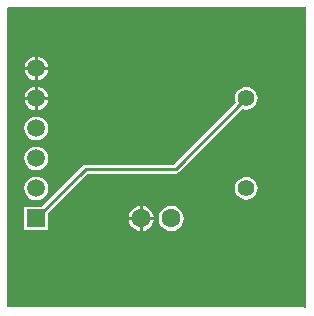
<source format=gbl>
G04*
G04 #@! TF.GenerationSoftware,Altium Limited,Altium Designer,18.1.7 (191)*
G04*
G04 Layer_Physical_Order=2*
G04 Layer_Color=16711680*
%FSLAX25Y25*%
%MOIN*%
G70*
G01*
G75*
%ADD13C,0.01000*%
%ADD20C,0.06299*%
%ADD21C,0.05512*%
%ADD22R,0.05906X0.05906*%
%ADD23C,0.05906*%
G36*
X200000Y100394D02*
X199606Y100000D01*
X199213Y100394D01*
X100394D01*
Y200000D01*
X100557Y200394D01*
X200000D01*
Y100394D01*
D02*
G37*
%LPC*%
G36*
X110500Y183921D02*
Y180500D01*
X113921D01*
X113851Y181032D01*
X113453Y181993D01*
X112819Y182819D01*
X111993Y183453D01*
X111032Y183851D01*
X110500Y183921D01*
D02*
G37*
G36*
X109500D02*
X108968Y183851D01*
X108007Y183453D01*
X107181Y182819D01*
X106547Y181993D01*
X106149Y181032D01*
X106079Y180500D01*
X109500D01*
Y183921D01*
D02*
G37*
G36*
X113921Y179500D02*
X110500D01*
Y176079D01*
X111032Y176149D01*
X111993Y176547D01*
X112819Y177181D01*
X113453Y178007D01*
X113851Y178968D01*
X113921Y179500D01*
D02*
G37*
G36*
X109500D02*
X106079D01*
X106149Y178968D01*
X106547Y178007D01*
X107181Y177181D01*
X108007Y176547D01*
X108968Y176149D01*
X109500Y176079D01*
Y179500D01*
D02*
G37*
G36*
X110500Y173921D02*
Y170500D01*
X113921D01*
X113851Y171032D01*
X113453Y171993D01*
X112819Y172819D01*
X111993Y173453D01*
X111032Y173851D01*
X110500Y173921D01*
D02*
G37*
G36*
X109500D02*
X108968Y173851D01*
X108007Y173453D01*
X107181Y172819D01*
X106547Y171993D01*
X106149Y171032D01*
X106079Y170500D01*
X109500D01*
Y173921D01*
D02*
G37*
G36*
X180000Y173788D02*
X179019Y173659D01*
X178106Y173281D01*
X177321Y172679D01*
X176719Y171894D01*
X176341Y170981D01*
X176212Y170000D01*
X176341Y169019D01*
X176492Y168655D01*
X155823Y147986D01*
X126457D01*
X125871Y147870D01*
X125375Y147538D01*
X111790Y133953D01*
X106047D01*
Y126047D01*
X113953D01*
Y131790D01*
X127090Y144927D01*
X156457D01*
X157042Y145044D01*
X157538Y145375D01*
X178655Y166492D01*
X179019Y166341D01*
X180000Y166212D01*
X180981Y166341D01*
X181894Y166719D01*
X182679Y167321D01*
X183281Y168106D01*
X183659Y169019D01*
X183788Y170000D01*
X183659Y170981D01*
X183281Y171894D01*
X182679Y172679D01*
X181894Y173281D01*
X180981Y173659D01*
X180000Y173788D01*
D02*
G37*
G36*
X113921Y169500D02*
X110500D01*
Y166079D01*
X111032Y166149D01*
X111993Y166547D01*
X112819Y167181D01*
X113453Y168007D01*
X113851Y168968D01*
X113921Y169500D01*
D02*
G37*
G36*
X109500D02*
X106079D01*
X106149Y168968D01*
X106547Y168007D01*
X107181Y167181D01*
X108007Y166547D01*
X108968Y166149D01*
X109500Y166079D01*
Y169500D01*
D02*
G37*
G36*
X110000Y163987D02*
X108968Y163851D01*
X108007Y163453D01*
X107181Y162819D01*
X106547Y161993D01*
X106149Y161032D01*
X106013Y160000D01*
X106149Y158968D01*
X106547Y158007D01*
X107181Y157181D01*
X108007Y156547D01*
X108968Y156149D01*
X110000Y156013D01*
X111032Y156149D01*
X111993Y156547D01*
X112819Y157181D01*
X113453Y158007D01*
X113851Y158968D01*
X113987Y160000D01*
X113851Y161032D01*
X113453Y161993D01*
X112819Y162819D01*
X111993Y163453D01*
X111032Y163851D01*
X110000Y163987D01*
D02*
G37*
G36*
Y153987D02*
X108968Y153851D01*
X108007Y153453D01*
X107181Y152819D01*
X106547Y151993D01*
X106149Y151032D01*
X106013Y150000D01*
X106149Y148968D01*
X106547Y148007D01*
X107181Y147181D01*
X108007Y146547D01*
X108968Y146149D01*
X110000Y146013D01*
X111032Y146149D01*
X111993Y146547D01*
X112819Y147181D01*
X113453Y148007D01*
X113851Y148968D01*
X113987Y150000D01*
X113851Y151032D01*
X113453Y151993D01*
X112819Y152819D01*
X111993Y153453D01*
X111032Y153851D01*
X110000Y153987D01*
D02*
G37*
G36*
X180000Y143788D02*
X179019Y143659D01*
X178106Y143281D01*
X177321Y142679D01*
X176719Y141894D01*
X176341Y140981D01*
X176212Y140000D01*
X176341Y139020D01*
X176719Y138106D01*
X177321Y137321D01*
X178106Y136719D01*
X179019Y136341D01*
X180000Y136212D01*
X180981Y136341D01*
X181894Y136719D01*
X182679Y137321D01*
X183281Y138106D01*
X183659Y139020D01*
X183788Y140000D01*
X183659Y140981D01*
X183281Y141894D01*
X182679Y142679D01*
X181894Y143281D01*
X180981Y143659D01*
X180000Y143788D01*
D02*
G37*
G36*
X110000Y143987D02*
X108968Y143851D01*
X108007Y143453D01*
X107181Y142819D01*
X106547Y141993D01*
X106149Y141032D01*
X106013Y140000D01*
X106149Y138968D01*
X106547Y138007D01*
X107181Y137181D01*
X108007Y136547D01*
X108968Y136149D01*
X110000Y136013D01*
X111032Y136149D01*
X111993Y136547D01*
X112819Y137181D01*
X113453Y138007D01*
X113851Y138968D01*
X113987Y140000D01*
X113851Y141032D01*
X113453Y141993D01*
X112819Y142819D01*
X111993Y143453D01*
X111032Y143851D01*
X110000Y143987D01*
D02*
G37*
G36*
X145500Y134120D02*
Y130500D01*
X149120D01*
X149043Y131083D01*
X148625Y132093D01*
X147959Y132959D01*
X147093Y133625D01*
X146083Y134043D01*
X145500Y134120D01*
D02*
G37*
G36*
X144500D02*
X143917Y134043D01*
X142907Y133625D01*
X142041Y132959D01*
X141375Y132093D01*
X140957Y131083D01*
X140880Y130500D01*
X144500D01*
Y134120D01*
D02*
G37*
G36*
X149120Y129500D02*
X145500D01*
Y125880D01*
X146083Y125957D01*
X147093Y126375D01*
X147959Y127041D01*
X148625Y127907D01*
X149043Y128917D01*
X149120Y129500D01*
D02*
G37*
G36*
X144500D02*
X140880D01*
X140957Y128917D01*
X141375Y127907D01*
X142041Y127041D01*
X142907Y126375D01*
X143917Y125957D01*
X144500Y125880D01*
Y129500D01*
D02*
G37*
G36*
X155000Y134185D02*
X153917Y134043D01*
X152907Y133625D01*
X152041Y132959D01*
X151375Y132093D01*
X150957Y131083D01*
X150815Y130000D01*
X150957Y128917D01*
X151375Y127907D01*
X152041Y127041D01*
X152907Y126375D01*
X153917Y125957D01*
X155000Y125815D01*
X156083Y125957D01*
X157093Y126375D01*
X157959Y127041D01*
X158625Y127907D01*
X159043Y128917D01*
X159185Y130000D01*
X159043Y131083D01*
X158625Y132093D01*
X157959Y132959D01*
X157093Y133625D01*
X156083Y134043D01*
X155000Y134185D01*
D02*
G37*
%LPD*%
D13*
X156457Y146457D02*
X180000Y170000D01*
X126457Y146457D02*
X156457D01*
X110000Y130000D02*
X126457Y146457D01*
D20*
X155000Y130000D02*
D03*
X145000D02*
D03*
D21*
X180000Y170000D02*
D03*
Y140000D02*
D03*
D22*
X110000Y130000D02*
D03*
D23*
Y140000D02*
D03*
Y150000D02*
D03*
Y160000D02*
D03*
Y170000D02*
D03*
Y180000D02*
D03*
M02*

</source>
